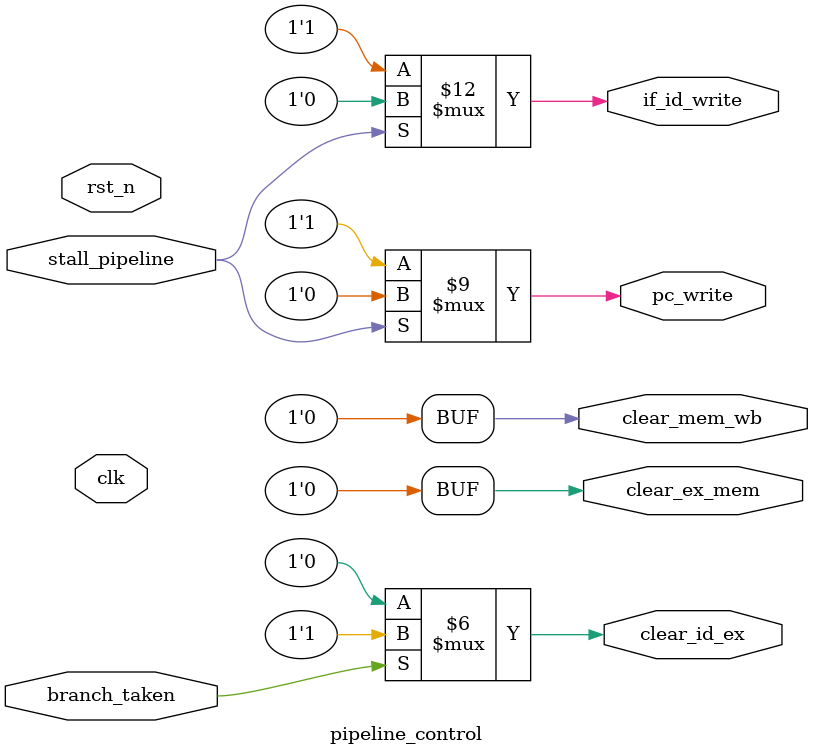
<source format=sv>
module mem_stage (
    input  logic        clk,              // System clock
    input  logic        rst_n,            // Active-low reset
    
    // Inputs from EX stage
    input  logic [31:0] alu_result_ex,    // ALU result from EX stage
    input  logic [31:0] write_data_ex,    // Data to be written to memory
    input  logic [4:0]  rd_addr_ex,       // Destination register address
    
    // Control signals from EX stage
    input  logic        mem_read_ex,      // Memory read control signal
    input  logic        mem_write_ex,     // Memory write control signal
    input  logic        reg_write_ex,     // Register write control signal
    input  logic        mem_to_reg_ex,    // Memory to register control signal
    
    // Data memory interface
    output logic [31:0] mem_addr,         // Memory address
    output logic [31:0] mem_write_data,   // Data to write to memory
    output logic        mem_read,         // Memory read enable
    output logic        mem_write,        // Memory write enable
    input  logic [31:0] mem_read_data,    // Data read from memory
    
    // Outputs to WB stage
    output logic [31:0] alu_result_mem,   // ALU result to WB stage
    output logic [31:0] mem_data_mem,     // Memory data to WB stage
    output logic [4:0]  rd_addr_mem,      // Destination register address to WB stage
    output logic        reg_write_mem,    // Register write control to WB stage
    output logic        mem_to_reg_mem    // Memory to register control to WB stage
);

    // Connect memory interface signals
    assign mem_addr = alu_result_ex;          // ALU result is the memory address
    assign mem_write_data = write_data_ex;    // Forward write data to memory
    assign mem_read = mem_read_ex;            // Forward memory read control
    assign mem_write = mem_write_ex;          // Forward memory write control
    
    // Pipeline registers for MEM/WB stage
    always_ff @(posedge clk or negedge rst_n) begin
        if (!rst_n) begin
            // Reset all pipeline registers
            alu_result_mem <= 32'b0;
            mem_data_mem <= 32'b0;
            rd_addr_mem <= 5'b0;
            reg_write_mem <= 1'b0;
            mem_to_reg_mem <= 1'b0;
        end else begin
            // Update pipeline registers
            alu_result_mem <= alu_result_ex;
            mem_data_mem <= mem_read_data;
            rd_addr_mem <= rd_addr_ex;
            reg_write_mem <= reg_write_ex;
            mem_to_reg_mem <= mem_to_reg_ex;
        end
    end

endmodule

// Write Back (WB) Stage Module
module wb_stage (
    // Inputs from MEM stage
    input  logic [31:0] alu_result_mem,   // ALU result from MEM stage
    input  logic [31:0] mem_data_mem,     // Memory data from MEM stage
    input  logic [4:0]  rd_addr_mem,      // Destination register address
    input  logic        reg_write_mem,    // Register write control signal
    input  logic        mem_to_reg_mem,   // Memory to register control signal
    
    // Outputs to register file and forwarding unit
    output logic [31:0] wb_data,          // Data to write back to register file
    output logic [4:0]  wb_addr,          // Destination register address
    output logic        reg_write_wb      // Register write control signal
);

    // Select write-back data based on mem_to_reg control signal
    assign wb_data = mem_to_reg_mem ? mem_data_mem : alu_result_mem;
    
    // Forward register address and write control
    assign wb_addr = rd_addr_mem;
    assign reg_write_wb = reg_write_mem;

endmodule

// Data Memory Module
module data_memory (
    input  logic        clk,              // System clock
    input  logic        rst_n,            // Active-low reset
    input  logic [31:0] addr,             // Memory address
    input  logic [31:0] write_data,       // Data to write
    input  logic        read_en,          // Read enable
    input  logic        write_en,         // Write enable
    output logic [31:0] read_data         // Data read from memory
);
    
    // Memory array (4KB memory for example)
    logic [31:0] memory [0:1023];  // 1024 words of 32 bits (4KB)
    
    // Initialize memory with zeros on reset
    always_ff @(negedge rst_n) begin
        if (!rst_n) begin
            for (int i = 0; i < 1024; i++) begin
                memory[i] <= 32'b0;
            end
        end
    end
    
    // Memory read operation (asynchronous read)
    always_comb begin
        if (read_en) begin
            // Check if address is in range
            if (addr[31:2] < 1024) begin
                read_data = memory[addr[11:2]];  // Word-aligned access
            end else begin
                read_data = 32'b0;  // Out of range returns zero
            end
        end else begin
            read_data = 32'b0;
        end
    end
    
    // Memory write operation (synchronous write)
    always_ff @(posedge clk) begin
        if (write_en) begin
            // Check if address is in range
            if (addr[31:2] < 1024) begin
                memory[addr[11:2]] <= write_data;  // Word-aligned access
            end
        end
    end

endmodule

// Load Store Unit - Handles memory access alignment and byte enables
module load_store_unit (
    input  logic [31:0] addr,             // Memory address
    input  logic [31:0] store_data,       // Data to store (from register)
    input  logic [2:0]  funct3,           // Function code from instruction
    input  logic        mem_read,         // Memory read signal
    input  logic        mem_write,        // Memory write signal
    
    // Memory interface
    output logic [31:0] mem_addr,         // Address to memory
    output logic [31:0] mem_write_data,   // Data to write to memory
    output logic [3:0]  mem_byte_enable,  // Byte enable signals
    output logic        mem_read_en,      // Memory read enable
    output logic        mem_write_en,     // Memory write enable
    
    // Load result processing
    input  logic [31:0] mem_read_data,    // Raw data from memory
    output logic [31:0] load_data         // Processed load data (to register)
);

    // Memory access types based on funct3
    localparam LB  = 3'b000;  // Load Byte
    localparam LH  = 3'b001;  // Load Halfword
    localparam LW  = 3'b010;  // Load Word
    localparam LBU = 3'b100;  // Load Byte Unsigned
    localparam LHU = 3'b101;  // Load Halfword Unsigned
    localparam SB  = 3'b000;  // Store Byte
    localparam SH  = 3'b001;  // Store Halfword
    localparam SW  = 3'b010;  // Store Word
    
    // Byte position based on address
    logic [1:0] byte_offset;
    assign byte_offset = addr[1:0];
    
    // Pass through the address and enable signals
    assign mem_addr = {addr[31:2], 2'b00};  // Word-aligned address
    assign mem_read_en = mem_read;
    assign mem_write_en = mem_write;
    
    // Generate byte enable signals for writes
    always_comb begin
        // Default: no bytes enabled
        mem_byte_enable = 4'b0000;
        
        if (mem_write) begin
            case (funct3)
                SB: begin  // Store byte
                    case (byte_offset)
                        2'b00: mem_byte_enable = 4'b0001;
                        2'b01: mem_byte_enable = 4'b0010;
                        2'b10: mem_byte_enable = 4'b0100;
                        2'b11: mem_byte_enable = 4'b1000;
                    endcase
                end
                
                SH: begin  // Store halfword
                    case (byte_offset)
                        2'b00: mem_byte_enable = 4'b0011;
                        2'b10: mem_byte_enable = 4'b1100;
                        default: mem_byte_enable = 4'b0000;  // Misaligned access
                    endcase
                end
                
                SW: begin  // Store word
                    if (byte_offset == 2'b00)
                        mem_byte_enable = 4'b1111;
                    else
                        mem_byte_enable = 4'b0000;  // Misaligned access
                end
                
                default: mem_byte_enable = 4'b0000;
            endcase
        end
    end
    
    // Generate write data with proper byte positioning
    always_comb begin
        // Default value
        mem_write_data = 32'b0;
        
        if (mem_write) begin
            case (funct3)
                SB: begin  // Store byte
                    case (byte_offset)
                        2'b00: mem_write_data = {24'b0, store_data[7:0]};
                        2'b01: mem_write_data = {16'b0, store_data[7:0], 8'b0};
                        2'b10: mem_write_data = {8'b0, store_data[7:0], 16'b0};
                        2'b11: mem_write_data = {store_data[7:0], 24'b0};
                    endcase
                end
                
                SH: begin  // Store halfword
                    case (byte_offset)
                        2'b00: mem_write_data = {16'b0, store_data[15:0]};
                        2'b10: mem_write_data = {store_data[15:0], 16'b0};
                        default: mem_write_data = 32'b0;  // Misaligned access
                    endcase
                end
                
                SW: mem_write_data = store_data;  // Store word (full 32 bits)
                
                default: mem_write_data = 32'b0;
            endcase
        end
    end
    
    // Process load data based on type
    always_comb begin
        // Default value
        load_data = 32'b0;
        
        if (mem_read) begin
            case (funct3)
                LB: begin  // Load byte (sign-extended)
                    case (byte_offset)
                        2'b00: load_data = {{24{mem_read_data[7]}}, mem_read_data[7:0]};
                        2'b01: load_data = {{24{mem_read_data[15]}}, mem_read_data[15:8]};
                        2'b10: load_data = {{24{mem_read_data[23]}}, mem_read_data[23:16]};
                        2'b11: load_data = {{24{mem_read_data[31]}}, mem_read_data[31:24]};
                    endcase
                end
                
                LH: begin  // Load halfword (sign-extended)
                    case (byte_offset)
                        2'b00: load_data = {{16{mem_read_data[15]}}, mem_read_data[15:0]};
                        2'b10: load_data = {{16{mem_read_data[31]}}, mem_read_data[31:16]};
                        default: load_data = 32'b0;  // Misaligned access
                    endcase
                end
                
                LW: load_data = mem_read_data;  // Load word (full 32 bits)
                
                LBU: begin  // Load byte unsigned
                    case (byte_offset)
                        2'b00: load_data = {24'b0, mem_read_data[7:0]};
                        2'b01: load_data = {24'b0, mem_read_data[15:8]};
                        2'b10: load_data = {24'b0, mem_read_data[23:16]};
                        2'b11: load_data = {24'b0, mem_read_data[31:24]};
                    endcase
                end
                
                LHU: begin  // Load halfword unsigned
                    case (byte_offset)
                        2'b00: load_data = {16'b0, mem_read_data[15:0]};
                        2'b10: load_data = {16'b0, mem_read_data[31:16]};
                        default: load_data = 32'b0;  // Misaligned access
                    endcase
                end
                
                default: load_data = 32'b0;
            endcase
        end
    end

endmodule

// Memory Access Hazard Detection Unit
module mem_hazard_unit (
    input  logic [4:0]  rs1_addr_id,      // RS1 address in ID stage
    input  logic [4:0]  rs2_addr_id,      // RS2 address in ID stage
    input  logic [4:0]  rd_addr_ex,       // Destination register in EX stage
    input  logic        mem_read_ex,      // Memory read signal in EX stage
    output logic        stall_pipeline    // Stall pipeline control signal
);

    // Detect load-use hazard (when a load instruction is followed by an instruction that uses the loaded value)
    always_comb begin
        // Stall if the instruction in EX stage is a load and its destination register
        // is used by the instruction in ID stage
        stall_pipeline = mem_read_ex && ((rd_addr_ex == rs1_addr_id) || (rd_addr_ex == rs2_addr_id)) && (rd_addr_ex != 5'b0);
    end

endmodule

// Pipeline Control Unit - Handles stalls and flushes
module pipeline_control (
    input  logic        clk,              // System clock
    input  logic        rst_n,            // Active-low reset
    input  logic        stall_pipeline,   // Stall signal from hazard detection unit
    input  logic        branch_taken,     // Branch taken signal
    output logic        if_id_write,      // IF/ID register write enable
    output logic        pc_write,         // PC write enable
    output logic        clear_id_ex,      // Clear ID/EX pipeline registers
    output logic        clear_ex_mem,     // Clear EX/MEM pipeline registers
    output logic        clear_mem_wb      // Clear MEM/WB pipeline registers
);

    // Stall control
    always_comb begin
        // Default: normal operation
        if_id_write = 1'b1;
        pc_write = 1'b1;
        
        // When a stall is needed
        if (stall_pipeline) begin
            if_id_write = 1'b0;  // Freeze IF/ID register
            pc_write = 1'b0;     // Freeze PC
        end
    end
    
    // Flush control
    always_comb begin
        // Default: no flush
        clear_id_ex = 1'b0;
        clear_ex_mem = 1'b0;
        clear_mem_wb = 1'b0;
        
        // When a branch is taken
        if (branch_taken) begin
            clear_id_ex = 1'b1;  // Flush ID/EX pipeline registers (branch shadow)
        end
    end

endmodule
</source>
